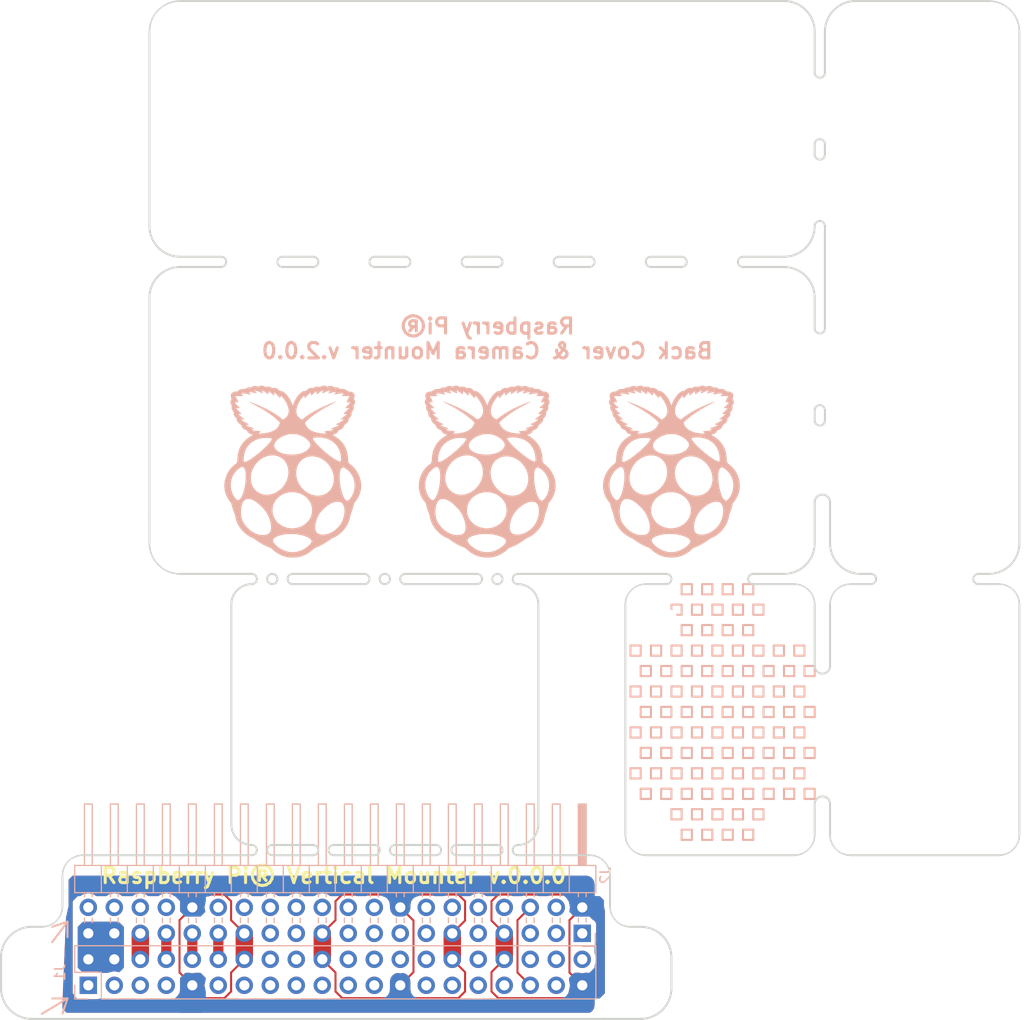
<source format=kicad_pcb>
(kicad_pcb (version 20171130) (host pcbnew "(5.0.0-3-g5ebb6b6)")
  (layers (0 F.Cu signal) (31 B.Cu signal) (34 B.Paste user) (35 F.Paste user) (36 B.SilkS user) (37 F.SilkS user) (38 B.Mask user) (39 F.Mask user) (44 Edge.Cuts user))
  (net 0 "")
  (net 1 /+5V)
  (net 2 /GND)
  (net 3 /TXD)
  (net 4 /RXD)
  (net 5 /BSCSL_SDA)
  (net 6 /BSCSL_SCL)
  (net 7 "Net-(J1-Pad1)")
  (net 8 "Net-(J1-Pad3)")
  (net 9 "Net-(J1-Pad5)")
  (net 10 "Net-(J1-Pad7)")
  (net 11 "Net-(J1-Pad11)")
  (net 12 "Net-(J1-Pad13)")
  (net 13 "Net-(J1-Pad15)")
  (net 14 "Net-(J1-Pad16)")
  (net 15 "Net-(J1-Pad17)")
  (net 16 "Net-(J1-Pad18)")
  (net 17 "Net-(J1-Pad19)")
  (net 18 "Net-(J1-Pad21)")
  (net 19 "Net-(J1-Pad22)")
  (net 20 "Net-(J1-Pad23)")
  (net 21 "Net-(J1-Pad24)")
  (net 22 "Net-(J1-Pad26)")
  (net 23 "Net-(J1-Pad27)")
  (net 24 "Net-(J1-Pad28)")
  (net 25 "Net-(J1-Pad29)")
  (net 26 "Net-(J1-Pad31)")
  (net 27 "Net-(J1-Pad32)")
  (net 28 "Net-(J1-Pad33)")
  (net 29 "Net-(J1-Pad36)")
  (net 30 "Net-(J1-Pad37)")
  (net 31 "Net-(J1-Pad38)")
  (net 32 "Net-(J1-Pad40)")
  (net 33 "Net-(J2-Pad1)")
  (net 34 "Net-(J2-Pad3)")
  (net 35 "Net-(J2-Pad4)")
  (net 36 "Net-(J2-Pad5)")
  (net 37 "Net-(J2-Pad8)")
  (net 38 "Net-(J2-Pad9)")
  (net 39 "Net-(J2-Pad10)")
  (net 40 "Net-(J2-Pad12)")
  (net 41 "Net-(J2-Pad13)")
  (net 42 "Net-(J2-Pad14)")
  (net 43 "Net-(J2-Pad15)")
  (net 44 "Net-(J2-Pad17)")
  (net 45 "Net-(J2-Pad18)")
  (net 46 "Net-(J2-Pad19)")
  (net 47 "Net-(J2-Pad20)")
  (net 48 "Net-(J2-Pad22)")
  (net 49 "Net-(J2-Pad23)")
  (net 50 "Net-(J2-Pad24)")
  (net 51 "Net-(J2-Pad25)")
  (net 52 "Net-(J2-Pad26)")
  (net 53 "Net-(J2-Pad28)")
  (net 54 "Net-(J2-Pad30)")
  (net 55 "Net-(J2-Pad34)")
  (net 56 "Net-(J2-Pad36)")
  (net 57 "Net-(J2-Pad38)")
  (net 58 "Net-(J2-Pad40)")
  (module RPiBackCover:logo_silk (layer B.Cu) (at 101 96 180)
    (fp_text reference G*** hide)
    (fp_text value LOGO hide)
  )
  (module RPiBackCover:logo_silk (layer B.Cu) (at 83 96 180)
    (fp_text reference G*** hide)
    (fp_text value LOGO hide)
  )
  (module RPiBackCover:logo_paste (layer B.Cu) (at 73 120 90)
    (fp_text reference G*** hide)
    (fp_text value LOGO hide)
  )
  (module Mounting_Holes:MountingHole_2.7mm_M2.5 (layer F.Cu) (at 39 145)
    (fp_text reference REF** hide)
    (fp_text value 2.75mm_M2.5)
    (pad "" np_thru_hole circle (at 0 0) (size 2.75 2.75) (drill 2.75) (layers *.Cu *.Mask))
  )
  (module Mounting_Holes:MountingHole_2.7mm_M2.5 (layer F.Cu) (at 97.5 145)
    (fp_text reference REF** hide)
    (fp_text value 2.75mm_M2.5)
    (pad "" np_thru_hole circle (at 0 0) (size 2.75 2.75) (drill 2.75) (layers *.Cu *.Mask))
  )
  (module Mounting_Holes:MountingHole_2.2mm_M2 (layer F.Cu) (at 100.5 110.5)
    (fp_text reference REF** hide)
    (fp_text value 2.2mm_M2)
    (pad "" np_thru_hole circle (at 0 0) (size 2.2 2.2) (drill 2.2) (layers *.Cu *.Mask))
  )
  (module Mounting_Holes:MountingHole_2.2mm_M2 (layer F.Cu) (at 98.5 131.5)
    (fp_text reference REF** hide)
    (fp_text value 2.2mm_M2)
    (pad "" np_thru_hole circle (at 0 0) (size 2.2 2.2) (drill 2.2) (layers *.Cu *.Mask))
  )
  (module Mounting_Holes:MountingHole_2.2mm_M2 (layer F.Cu) (at 113 131.5)
    (fp_text reference REF** hide)
    (fp_text value 2.2mm_M2)
    (pad "" np_thru_hole circle (at 0 0) (size 2.2 2.2) (drill 2.2) (layers *.Cu *.Mask))
  )
  (module Mounting_Holes:MountingHole_2.2mm_M2 (layer F.Cu) (at 113 110.5)
    (fp_text reference REF** hide)
    (fp_text value 2.2mm_M2)
    (pad "" np_thru_hole circle (at 0 0) (size 2.2 2.2) (drill 2.2) (layers *.Cu *.Mask))
  )
  (module Mounting_Holes:MountingHole_2.2mm_M2 (layer F.Cu) (at 118.5 110.5)
    (fp_text reference REF** hide)
    (fp_text value 2.2mm_M2)
    (pad "" np_thru_hole circle (at 0 0) (size 2.2 2.2) (drill 2.2) (layers *.Cu *.Mask))
  )
  (module Mounting_Holes:MountingHole_2.2mm_M2 (layer F.Cu) (at 118.5 131.5)
    (fp_text reference REF** hide)
    (fp_text value 2.2mm_M2)
    (pad "" np_thru_hole circle (at 0 0) (size 2.2 2.2) (drill 2.2) (layers *.Cu *.Mask))
  )
  (module Mounting_Holes:MountingHole_2.2mm_M2 (layer F.Cu) (at 133 110.5)
    (fp_text reference REF** hide)
    (fp_text value 2.2mm_M2)
    (pad "" np_thru_hole circle (at 0 0) (size 2.2 2.2) (drill 2.2) (layers *.Cu *.Mask))
  )
  (module Mounting_Holes:MountingHole_2.7mm_M2.5 (layer F.Cu) (at 111.5 79.5)
    (fp_text reference REF** hide)
    (fp_text value 2.75mm_M2.5)
    (pad "" np_thru_hole circle (at 0 0) (size 2.75 2.75) (drill 2.75) (layers *.Cu *.Mask))
  )
  (module Mounting_Holes:MountingHole_2.7mm_M2.5 (layer F.Cu) (at 53.5 79.5)
    (fp_text reference REF** hide)
    (fp_text value 2.75mm_M2.5)
    (pad "" np_thru_hole circle (at 0 0) (size 2.75 2.75) (drill 2.75) (layers *.Cu *.Mask))
  )
  (module Mounting_Holes:MountingHole_2.7mm_M2.5 (layer F.Cu) (at 111.5 102.5)
    (fp_text reference REF** hide)
    (fp_text value 2.75mm_M2.5)
    (pad "" np_thru_hole circle (at 0 0) (size 2.75 2.75) (drill 2.75) (layers *.Cu *.Mask))
  )
  (module Mounting_Holes:MountingHole_2.7mm_M2.5 (layer F.Cu) (at 53.5 102.5)
    (fp_text reference REF** hide)
    (fp_text value 2.75mm_M2.5)
    (pad "" np_thru_hole circle (at 0 0) (size 2.75 2.75) (drill 2.75) (layers *.Cu *.Mask))
  )
  (module Mounting_Holes:MountingHole_2.7mm_M2.5 (layer F.Cu) (at 111.5 53.5)
    (fp_text reference REF** hide)
    (fp_text value 2.75mm_M2.5)
    (pad "" np_thru_hole circle (at 0 0) (size 2.75 2.75) (drill 2.75) (layers *.Cu *.Mask))
  )
  (module Mounting_Holes:MountingHole_2.7mm_M2.5 (layer F.Cu) (at 53.5 53.5)
    (fp_text reference REF** hide)
    (fp_text value 2.75mm_M2.5)
    (pad "" np_thru_hole circle (at 0 0) (size 2.75 2.75) (drill 2.75) (layers *.Cu *.Mask))
  )
  (module Mounting_Holes:MountingHole_2.2mm_M2 (layer F.Cu) (at 133 131.5)
    (fp_text reference REF** hide)
    (fp_text value 2.2mm_M2)
    (pad "" np_thru_hole circle (at 0 0) (size 2.2 2.2) (drill 2.2) (layers *.Cu *.Mask))
  )
  (module RPiBackCover:logo_paste (layer F.Cu) (at 73 120 90)
    (fp_text reference G*** hide)
    (fp_text value LOGO hide)
  )
  (module RPiBackCover:logo_silk (layer B.Cu) (at 64 96 180)
    (fp_text reference G*** hide)
    (fp_text value LOGO hide)
  )
  (module Connector_PinSocket_2.54mm:PinSocket_2x20_P2.54mm_Vertical (layer B.Cu) (at 44.03 146.22 270)
    (fp_text reference J1 (at -1.27 2.77 270) (layer B.SilkS) (effects (justify mirror)))
    (fp_text value From_RPi)
    (pad 1 thru_hole rect (at 0 0 270) (size 1.7 1.7) (drill 1) (layers *.Cu *.Mask) (net 7 "Net-(J1-Pad1)"))
    (pad 2 thru_hole oval (at -2.54 0 270) (size 1.7 1.7) (drill 1) (layers *.Cu *.Mask) (net 1 /+5V))
    (pad 3 thru_hole oval (at 0 -2.54 270) (size 1.7 1.7) (drill 1) (layers *.Cu *.Mask) (net 8 "Net-(J1-Pad3)"))
    (pad 4 thru_hole oval (at -2.54 -2.54 270) (size 1.7 1.7) (drill 1) (layers *.Cu *.Mask) (net 1 /+5V))
    (pad 5 thru_hole oval (at 0 -5.08 270) (size 1.7 1.7) (drill 1) (layers *.Cu *.Mask) (net 9 "Net-(J1-Pad5)"))
    (pad 6 thru_hole oval (at -2.54 -5.08 270) (size 1.7 1.7) (drill 1) (layers *.Cu *.Mask) (net 2 /GND))
    (pad 7 thru_hole oval (at 0 -7.62 270) (size 1.7 1.7) (drill 1) (layers *.Cu *.Mask) (net 10 "Net-(J1-Pad7)"))
    (pad 8 thru_hole oval (at -2.54 -7.62 270) (size 1.7 1.7) (drill 1) (layers *.Cu *.Mask) (net 3 /TXD))
    (pad 9 thru_hole oval (at 0 -10.16 270) (size 1.7 1.7) (drill 1) (layers *.Cu *.Mask) (net 2 /GND))
    (pad 10 thru_hole oval (at -2.54 -10.16 270) (size 1.7 1.7) (drill 1) (layers *.Cu *.Mask) (net 4 /RXD))
    (pad 11 thru_hole oval (at 0 -12.7 270) (size 1.7 1.7) (drill 1) (layers *.Cu *.Mask) (net 11 "Net-(J1-Pad11)"))
    (pad 12 thru_hole oval (at -2.54 -12.7 270) (size 1.7 1.7) (drill 1) (layers *.Cu *.Mask) (net 5 /BSCSL_SDA))
    (pad 13 thru_hole oval (at 0 -15.24 270) (size 1.7 1.7) (drill 1) (layers *.Cu *.Mask) (net 12 "Net-(J1-Pad13)"))
    (pad 14 thru_hole oval (at -2.54 -15.24 270) (size 1.7 1.7) (drill 1) (layers *.Cu *.Mask) (net 2 /GND))
    (pad 15 thru_hole oval (at 0 -17.78 270) (size 1.7 1.7) (drill 1) (layers *.Cu *.Mask) (net 13 "Net-(J1-Pad15)"))
    (pad 16 thru_hole oval (at -2.54 -17.78 270) (size 1.7 1.7) (drill 1) (layers *.Cu *.Mask) (net 14 "Net-(J1-Pad16)"))
    (pad 17 thru_hole oval (at 0 -20.32 270) (size 1.7 1.7) (drill 1) (layers *.Cu *.Mask) (net 15 "Net-(J1-Pad17)"))
    (pad 18 thru_hole oval (at -2.54 -20.32 270) (size 1.7 1.7) (drill 1) (layers *.Cu *.Mask) (net 16 "Net-(J1-Pad18)"))
    (pad 19 thru_hole oval (at 0 -22.86 270) (size 1.7 1.7) (drill 1) (layers *.Cu *.Mask) (net 17 "Net-(J1-Pad19)"))
    (pad 20 thru_hole oval (at -2.54 -22.86 270) (size 1.7 1.7) (drill 1) (layers *.Cu *.Mask) (net 2 /GND))
    (pad 21 thru_hole oval (at 0 -25.4 270) (size 1.7 1.7) (drill 1) (layers *.Cu *.Mask) (net 18 "Net-(J1-Pad21)"))
    (pad 22 thru_hole oval (at -2.54 -25.4 270) (size 1.7 1.7) (drill 1) (layers *.Cu *.Mask) (net 19 "Net-(J1-Pad22)"))
    (pad 23 thru_hole oval (at 0 -27.94 270) (size 1.7 1.7) (drill 1) (layers *.Cu *.Mask) (net 20 "Net-(J1-Pad23)"))
    (pad 24 thru_hole oval (at -2.54 -27.94 270) (size 1.7 1.7) (drill 1) (layers *.Cu *.Mask) (net 21 "Net-(J1-Pad24)"))
    (pad 25 thru_hole oval (at 0 -30.48 270) (size 1.7 1.7) (drill 1) (layers *.Cu *.Mask) (net 2 /GND))
    (pad 26 thru_hole oval (at -2.54 -30.48 270) (size 1.7 1.7) (drill 1) (layers *.Cu *.Mask) (net 22 "Net-(J1-Pad26)"))
    (pad 27 thru_hole oval (at 0 -33.02 270) (size 1.7 1.7) (drill 1) (layers *.Cu *.Mask) (net 23 "Net-(J1-Pad27)"))
    (pad 28 thru_hole oval (at -2.54 -33.02 270) (size 1.7 1.7) (drill 1) (layers *.Cu *.Mask) (net 24 "Net-(J1-Pad28)"))
    (pad 29 thru_hole oval (at 0 -35.56 270) (size 1.7 1.7) (drill 1) (layers *.Cu *.Mask) (net 25 "Net-(J1-Pad29)"))
    (pad 30 thru_hole oval (at -2.54 -35.56 270) (size 1.7 1.7) (drill 1) (layers *.Cu *.Mask) (net 2 /GND))
    (pad 31 thru_hole oval (at 0 -38.1 270) (size 1.7 1.7) (drill 1) (layers *.Cu *.Mask) (net 26 "Net-(J1-Pad31)"))
    (pad 32 thru_hole oval (at -2.54 -38.1 270) (size 1.7 1.7) (drill 1) (layers *.Cu *.Mask) (net 27 "Net-(J1-Pad32)"))
    (pad 33 thru_hole oval (at 0 -40.64 270) (size 1.7 1.7) (drill 1) (layers *.Cu *.Mask) (net 28 "Net-(J1-Pad33)"))
    (pad 34 thru_hole oval (at -2.54 -40.64 270) (size 1.7 1.7) (drill 1) (layers *.Cu *.Mask) (net 2 /GND))
    (pad 35 thru_hole oval (at 0 -43.18 270) (size 1.7 1.7) (drill 1) (layers *.Cu *.Mask) (net 6 /BSCSL_SCL))
    (pad 36 thru_hole oval (at -2.54 -43.18 270) (size 1.7 1.7) (drill 1) (layers *.Cu *.Mask) (net 29 "Net-(J1-Pad36)"))
    (pad 37 thru_hole oval (at 0 -45.72 270) (size 1.7 1.7) (drill 1) (layers *.Cu *.Mask) (net 30 "Net-(J1-Pad37)"))
    (pad 38 thru_hole oval (at -2.54 -45.72 270) (size 1.7 1.7) (drill 1) (layers *.Cu *.Mask) (net 31 "Net-(J1-Pad38)"))
    (pad 39 thru_hole oval (at 0 -48.26 270) (size 1.7 1.7) (drill 1) (layers *.Cu *.Mask) (net 2 /GND))
    (pad 40 thru_hole oval (at -2.54 -48.26 270) (size 1.7 1.7) (drill 1) (layers *.Cu *.Mask) (net 32 "Net-(J1-Pad40)"))
  )
  (module Connector_PinHeader_2.54mm:PinHeader_2x20_P2.54mm_Horizontal (layer B.Cu) (at 92.29 141.14 90)
    (fp_text reference J2 (at 5.655 2.27 90) (layer B.SilkS) (effects (justify mirror)))
    (fp_text value To_Mother_Board)
    (pad 1 thru_hole rect (at 0 0 90) (size 1.7 1.7) (drill 1) (layers *.Cu *.Mask) (net 33 "Net-(J2-Pad1)"))
    (pad 2 thru_hole oval (at 2.54 0 90) (size 1.7 1.7) (drill 1) (layers *.Cu *.Mask) (net 2 /GND))
    (pad 3 thru_hole oval (at 0 -2.54 90) (size 1.7 1.7) (drill 1) (layers *.Cu *.Mask) (net 34 "Net-(J2-Pad3)"))
    (pad 4 thru_hole oval (at 2.54 -2.54 90) (size 1.7 1.7) (drill 1) (layers *.Cu *.Mask) (net 35 "Net-(J2-Pad4)"))
    (pad 5 thru_hole oval (at 0 -5.08 90) (size 1.7 1.7) (drill 1) (layers *.Cu *.Mask) (net 36 "Net-(J2-Pad5)"))
    (pad 6 thru_hole oval (at 2.54 -5.08 90) (size 1.7 1.7) (drill 1) (layers *.Cu *.Mask) (net 6 /BSCSL_SCL))
    (pad 7 thru_hole oval (at 0 -7.62 90) (size 1.7 1.7) (drill 1) (layers *.Cu *.Mask) (net 2 /GND))
    (pad 8 thru_hole oval (at 2.54 -7.62 90) (size 1.7 1.7) (drill 1) (layers *.Cu *.Mask) (net 37 "Net-(J2-Pad8)"))
    (pad 9 thru_hole oval (at 0 -10.16 90) (size 1.7 1.7) (drill 1) (layers *.Cu *.Mask) (net 38 "Net-(J2-Pad9)"))
    (pad 10 thru_hole oval (at 2.54 -10.16 90) (size 1.7 1.7) (drill 1) (layers *.Cu *.Mask) (net 39 "Net-(J2-Pad10)"))
    (pad 11 thru_hole oval (at 0 -12.7 90) (size 1.7 1.7) (drill 1) (layers *.Cu *.Mask) (net 2 /GND))
    (pad 12 thru_hole oval (at 2.54 -12.7 90) (size 1.7 1.7) (drill 1) (layers *.Cu *.Mask) (net 40 "Net-(J2-Pad12)"))
    (pad 13 thru_hole oval (at 0 -15.24 90) (size 1.7 1.7) (drill 1) (layers *.Cu *.Mask) (net 41 "Net-(J2-Pad13)"))
    (pad 14 thru_hole oval (at 2.54 -15.24 90) (size 1.7 1.7) (drill 1) (layers *.Cu *.Mask) (net 42 "Net-(J2-Pad14)"))
    (pad 15 thru_hole oval (at 0 -17.78 90) (size 1.7 1.7) (drill 1) (layers *.Cu *.Mask) (net 43 "Net-(J2-Pad15)"))
    (pad 16 thru_hole oval (at 2.54 -17.78 90) (size 1.7 1.7) (drill 1) (layers *.Cu *.Mask) (net 2 /GND))
    (pad 17 thru_hole oval (at 0 -20.32 90) (size 1.7 1.7) (drill 1) (layers *.Cu *.Mask) (net 44 "Net-(J2-Pad17)"))
    (pad 18 thru_hole oval (at 2.54 -20.32 90) (size 1.7 1.7) (drill 1) (layers *.Cu *.Mask) (net 45 "Net-(J2-Pad18)"))
    (pad 19 thru_hole oval (at 0 -22.86 90) (size 1.7 1.7) (drill 1) (layers *.Cu *.Mask) (net 46 "Net-(J2-Pad19)"))
    (pad 20 thru_hole oval (at 2.54 -22.86 90) (size 1.7 1.7) (drill 1) (layers *.Cu *.Mask) (net 47 "Net-(J2-Pad20)"))
    (pad 21 thru_hole oval (at 0 -25.4 90) (size 1.7 1.7) (drill 1) (layers *.Cu *.Mask) (net 2 /GND))
    (pad 22 thru_hole oval (at 2.54 -25.4 90) (size 1.7 1.7) (drill 1) (layers *.Cu *.Mask) (net 48 "Net-(J2-Pad22)"))
    (pad 23 thru_hole oval (at 0 -27.94 90) (size 1.7 1.7) (drill 1) (layers *.Cu *.Mask) (net 49 "Net-(J2-Pad23)"))
    (pad 24 thru_hole oval (at 2.54 -27.94 90) (size 1.7 1.7) (drill 1) (layers *.Cu *.Mask) (net 50 "Net-(J2-Pad24)"))
    (pad 25 thru_hole oval (at 0 -30.48 90) (size 1.7 1.7) (drill 1) (layers *.Cu *.Mask) (net 51 "Net-(J2-Pad25)"))
    (pad 26 thru_hole oval (at 2.54 -30.48 90) (size 1.7 1.7) (drill 1) (layers *.Cu *.Mask) (net 52 "Net-(J2-Pad26)"))
    (pad 27 thru_hole oval (at 0 -33.02 90) (size 1.7 1.7) (drill 1) (layers *.Cu *.Mask) (net 2 /GND))
    (pad 28 thru_hole oval (at 2.54 -33.02 90) (size 1.7 1.7) (drill 1) (layers *.Cu *.Mask) (net 53 "Net-(J2-Pad28)"))
    (pad 29 thru_hole oval (at 0 -35.56 90) (size 1.7 1.7) (drill 1) (layers *.Cu *.Mask) (net 5 /BSCSL_SDA))
    (pad 30 thru_hole oval (at 2.54 -35.56 90) (size 1.7 1.7) (drill 1) (layers *.Cu *.Mask) (net 54 "Net-(J2-Pad30)"))
    (pad 31 thru_hole oval (at 0 -38.1 90) (size 1.7 1.7) (drill 1) (layers *.Cu *.Mask) (net 4 /RXD))
    (pad 32 thru_hole oval (at 2.54 -38.1 90) (size 1.7 1.7) (drill 1) (layers *.Cu *.Mask) (net 2 /GND))
    (pad 33 thru_hole oval (at 0 -40.64 90) (size 1.7 1.7) (drill 1) (layers *.Cu *.Mask) (net 3 /TXD))
    (pad 34 thru_hole oval (at 2.54 -40.64 90) (size 1.7 1.7) (drill 1) (layers *.Cu *.Mask) (net 55 "Net-(J2-Pad34)"))
    (pad 35 thru_hole oval (at 0 -43.18 90) (size 1.7 1.7) (drill 1) (layers *.Cu *.Mask) (net 2 /GND))
    (pad 36 thru_hole oval (at 2.54 -43.18 90) (size 1.7 1.7) (drill 1) (layers *.Cu *.Mask) (net 56 "Net-(J2-Pad36)"))
    (pad 37 thru_hole oval (at 0 -45.72 90) (size 1.7 1.7) (drill 1) (layers *.Cu *.Mask) (net 1 /+5V))
    (pad 38 thru_hole oval (at 2.54 -45.72 90) (size 1.7 1.7) (drill 1) (layers *.Cu *.Mask) (net 57 "Net-(J2-Pad38)"))
    (pad 39 thru_hole oval (at 0 -48.26 90) (size 1.7 1.7) (drill 1) (layers *.Cu *.Mask) (net 1 /+5V))
    (pad 40 thru_hole oval (at 2.54 -48.26 90) (size 1.7 1.7) (drill 1) (layers *.Cu *.Mask) (net 58 "Net-(J2-Pad40)"))
  )
  (gr_arc (start 73 106.5) (end 73 107) (angle 180) (layer Edge.Cuts) (width 0.2))
  (gr_arc (start 73 106.5) (end 73 106) (angle 180) (layer Edge.Cuts) (width 0.2))
  (gr_arc (start 62 106.5) (end 62 106) (angle 180) (layer Edge.Cuts) (width 0.2))
  (gr_arc (start 64 106.5) (end 64 107) (angle 180) (layer Edge.Cuts) (width 0.2))
  (gr_line (start 109 130) (end 110 130) (layer B.SilkS) (width 0.2))
  (gr_line (start 109 129) (end 109 130) (layer B.SilkS) (width 0.2))
  (gr_line (start 110 130) (end 110 129) (layer B.SilkS) (width 0.2))
  (gr_line (start 110 129) (end 109 129) (layer B.SilkS) (width 0.2))
  (gr_line (start 105 131) (end 104 131) (layer B.SilkS) (width 0.2))
  (gr_line (start 104 131) (end 104 132) (layer B.SilkS) (width 0.2))
  (gr_line (start 104 132) (end 105 132) (layer B.SilkS) (width 0.2))
  (gr_line (start 105 132) (end 105 131) (layer B.SilkS) (width 0.2))
  (gr_line (start 102 132) (end 103 132) (layer B.SilkS) (width 0.2))
  (gr_line (start 103 131) (end 102 131) (layer B.SilkS) (width 0.2))
  (gr_line (start 102 131) (end 102 132) (layer B.SilkS) (width 0.2))
  (gr_line (start 103 132) (end 103 131) (layer B.SilkS) (width 0.2))
  (gr_line (start 106 131) (end 106 132) (layer B.SilkS) (width 0.2))
  (gr_line (start 107 132) (end 107 131) (layer B.SilkS) (width 0.2))
  (gr_line (start 107 131) (end 106 131) (layer B.SilkS) (width 0.2))
  (gr_line (start 106 132) (end 107 132) (layer B.SilkS) (width 0.2))
  (gr_line (start 109 131) (end 108 131) (layer B.SilkS) (width 0.2))
  (gr_line (start 108 132) (end 109 132) (layer B.SilkS) (width 0.2))
  (gr_line (start 108 131) (end 108 132) (layer B.SilkS) (width 0.2))
  (gr_line (start 109 132) (end 109 131) (layer B.SilkS) (width 0.2))
  (gr_line (start 104 129) (end 103 129) (layer B.SilkS) (width 0.2))
  (gr_line (start 103 129) (end 103 130) (layer B.SilkS) (width 0.2))
  (gr_line (start 103 130) (end 104 130) (layer B.SilkS) (width 0.2))
  (gr_line (start 104 130) (end 104 129) (layer B.SilkS) (width 0.2))
  (gr_line (start 101 130) (end 102 130) (layer B.SilkS) (width 0.2))
  (gr_line (start 102 129) (end 101 129) (layer B.SilkS) (width 0.2))
  (gr_line (start 101 129) (end 101 130) (layer B.SilkS) (width 0.2))
  (gr_line (start 102 130) (end 102 129) (layer B.SilkS) (width 0.2))
  (gr_line (start 105 129) (end 105 130) (layer B.SilkS) (width 0.2))
  (gr_line (start 106 130) (end 106 129) (layer B.SilkS) (width 0.2))
  (gr_line (start 106 129) (end 105 129) (layer B.SilkS) (width 0.2))
  (gr_line (start 105 130) (end 106 130) (layer B.SilkS) (width 0.2))
  (gr_line (start 108 129) (end 107 129) (layer B.SilkS) (width 0.2))
  (gr_line (start 107 130) (end 108 130) (layer B.SilkS) (width 0.2))
  (gr_line (start 107 129) (end 107 130) (layer B.SilkS) (width 0.2))
  (gr_line (start 108 130) (end 108 129) (layer B.SilkS) (width 0.2))
  (gr_line (start 110 110) (end 110 109) (layer B.SilkS) (width 0.2))
  (gr_line (start 109 109) (end 109 110) (layer B.SilkS) (width 0.2))
  (gr_line (start 109 110) (end 110 110) (layer B.SilkS) (width 0.2))
  (gr_line (start 110 109) (end 109 109) (layer B.SilkS) (width 0.2))
  (gr_line (start 109 108) (end 109 107) (layer B.SilkS) (width 0.2))
  (gr_line (start 108 107) (end 108 108) (layer B.SilkS) (width 0.2))
  (gr_line (start 108 108) (end 109 108) (layer B.SilkS) (width 0.2))
  (gr_line (start 109 107) (end 108 107) (layer B.SilkS) (width 0.2))
  (gr_line (start 107 108) (end 107 107) (layer B.SilkS) (width 0.2))
  (gr_line (start 106 107) (end 106 108) (layer B.SilkS) (width 0.2))
  (gr_line (start 106 108) (end 107 108) (layer B.SilkS) (width 0.2))
  (gr_line (start 107 107) (end 106 107) (layer B.SilkS) (width 0.2))
  (gr_line (start 105 108) (end 105 107) (layer B.SilkS) (width 0.2))
  (gr_line (start 104 107) (end 104 108) (layer B.SilkS) (width 0.2))
  (gr_line (start 104 108) (end 105 108) (layer B.SilkS) (width 0.2))
  (gr_line (start 105 107) (end 104 107) (layer B.SilkS) (width 0.2))
  (gr_line (start 103 108) (end 103 107) (layer B.SilkS) (width 0.2))
  (gr_line (start 102 107) (end 102 108) (layer B.SilkS) (width 0.2))
  (gr_line (start 102 108) (end 103 108) (layer B.SilkS) (width 0.2))
  (gr_line (start 103 107) (end 102 107) (layer B.SilkS) (width 0.2))
  (gr_line (start 102 110) (end 102 109) (layer B.SilkS) (width 0.2))
  (gr_line (start 101 109) (end 101 110) (layer B.SilkS) (width 0.2))
  (gr_line (start 101 110) (end 102 110) (layer B.SilkS) (width 0.2))
  (gr_line (start 102 109) (end 101 109) (layer B.SilkS) (width 0.2))
  (gr_line (start 104 110) (end 104 109) (layer B.SilkS) (width 0.2))
  (gr_line (start 103 109) (end 103 110) (layer B.SilkS) (width 0.2))
  (gr_line (start 103 110) (end 104 110) (layer B.SilkS) (width 0.2))
  (gr_line (start 104 109) (end 103 109) (layer B.SilkS) (width 0.2))
  (gr_line (start 106 110) (end 106 109) (layer B.SilkS) (width 0.2))
  (gr_line (start 105 109) (end 105 110) (layer B.SilkS) (width 0.2))
  (gr_line (start 105 110) (end 106 110) (layer B.SilkS) (width 0.2))
  (gr_line (start 106 109) (end 105 109) (layer B.SilkS) (width 0.2))
  (gr_line (start 108 110) (end 108 109) (layer B.SilkS) (width 0.2))
  (gr_line (start 107 109) (end 107 110) (layer B.SilkS) (width 0.2))
  (gr_line (start 107 110) (end 108 110) (layer B.SilkS) (width 0.2))
  (gr_line (start 108 109) (end 107 109) (layer B.SilkS) (width 0.2))
  (gr_line (start 109 112) (end 109 111) (layer B.SilkS) (width 0.2))
  (gr_line (start 108 111) (end 108 112) (layer B.SilkS) (width 0.2))
  (gr_line (start 108 112) (end 109 112) (layer B.SilkS) (width 0.2))
  (gr_line (start 109 111) (end 108 111) (layer B.SilkS) (width 0.2))
  (gr_line (start 107 112) (end 107 111) (layer B.SilkS) (width 0.2))
  (gr_line (start 106 111) (end 106 112) (layer B.SilkS) (width 0.2))
  (gr_line (start 106 112) (end 107 112) (layer B.SilkS) (width 0.2))
  (gr_line (start 107 111) (end 106 111) (layer B.SilkS) (width 0.2))
  (gr_line (start 105 112) (end 105 111) (layer B.SilkS) (width 0.2))
  (gr_line (start 104 111) (end 104 112) (layer B.SilkS) (width 0.2))
  (gr_line (start 104 112) (end 105 112) (layer B.SilkS) (width 0.2))
  (gr_line (start 105 111) (end 104 111) (layer B.SilkS) (width 0.2))
  (gr_line (start 103 112) (end 103 111) (layer B.SilkS) (width 0.2))
  (gr_line (start 102 111) (end 102 112) (layer B.SilkS) (width 0.2))
  (gr_line (start 102 112) (end 103 112) (layer B.SilkS) (width 0.2))
  (gr_line (start 103 111) (end 102 111) (layer B.SilkS) (width 0.2))
  (gr_line (start 98 127) (end 98 128) (layer B.SilkS) (width 0.2))
  (gr_line (start 99 128) (end 99 127) (layer B.SilkS) (width 0.2))
  (gr_line (start 98 128) (end 99 128) (layer B.SilkS) (width 0.2))
  (gr_line (start 99 127) (end 98 127) (layer B.SilkS) (width 0.2))
  (gr_line (start 100 128) (end 101 128) (layer B.SilkS) (width 0.2))
  (gr_line (start 101 127) (end 100 127) (layer B.SilkS) (width 0.2))
  (gr_line (start 101 128) (end 101 127) (layer B.SilkS) (width 0.2))
  (gr_line (start 100 127) (end 100 128) (layer B.SilkS) (width 0.2))
  (gr_line (start 102 128) (end 103 128) (layer B.SilkS) (width 0.2))
  (gr_line (start 103 128) (end 103 127) (layer B.SilkS) (width 0.2))
  (gr_line (start 102 127) (end 102 128) (layer B.SilkS) (width 0.2))
  (gr_line (start 103 127) (end 102 127) (layer B.SilkS) (width 0.2))
  (gr_line (start 106 128) (end 107 128) (layer B.SilkS) (width 0.2))
  (gr_line (start 104 127) (end 104 128) (layer B.SilkS) (width 0.2))
  (gr_line (start 104 128) (end 105 128) (layer B.SilkS) (width 0.2))
  (gr_line (start 105 127) (end 104 127) (layer B.SilkS) (width 0.2))
  (gr_line (start 105 128) (end 105 127) (layer B.SilkS) (width 0.2))
  (gr_line (start 111 128) (end 111 127) (layer B.SilkS) (width 0.2))
  (gr_line (start 110 127) (end 110 128) (layer B.SilkS) (width 0.2))
  (gr_line (start 111 127) (end 110 127) (layer B.SilkS) (width 0.2))
  (gr_line (start 110 128) (end 111 128) (layer B.SilkS) (width 0.2))
  (gr_line (start 112 127) (end 112 128) (layer B.SilkS) (width 0.2))
  (gr_line (start 113 127) (end 112 127) (layer B.SilkS) (width 0.2))
  (gr_line (start 112 128) (end 113 128) (layer B.SilkS) (width 0.2))
  (gr_line (start 113 128) (end 113 127) (layer B.SilkS) (width 0.2))
  (gr_line (start 114 128) (end 115 128) (layer B.SilkS) (width 0.2))
  (gr_line (start 115 128) (end 115 127) (layer B.SilkS) (width 0.2))
  (gr_line (start 114 127) (end 114 128) (layer B.SilkS) (width 0.2))
  (gr_line (start 115 127) (end 114 127) (layer B.SilkS) (width 0.2))
  (gr_line (start 109 128) (end 109 127) (layer B.SilkS) (width 0.2))
  (gr_line (start 108 128) (end 109 128) (layer B.SilkS) (width 0.2))
  (gr_line (start 108 127) (end 108 128) (layer B.SilkS) (width 0.2))
  (gr_line (start 106 127) (end 106 128) (layer B.SilkS) (width 0.2))
  (gr_line (start 107 128) (end 107 127) (layer B.SilkS) (width 0.2))
  (gr_line (start 107 127) (end 106 127) (layer B.SilkS) (width 0.2))
  (gr_line (start 109 127) (end 108 127) (layer B.SilkS) (width 0.2))
  (gr_line (start 97 125) (end 97 126) (layer B.SilkS) (width 0.2))
  (gr_line (start 98 126) (end 98 125) (layer B.SilkS) (width 0.2))
  (gr_line (start 97 126) (end 98 126) (layer B.SilkS) (width 0.2))
  (gr_line (start 98 125) (end 97 125) (layer B.SilkS) (width 0.2))
  (gr_line (start 99 126) (end 100 126) (layer B.SilkS) (width 0.2))
  (gr_line (start 100 125) (end 99 125) (layer B.SilkS) (width 0.2))
  (gr_line (start 100 126) (end 100 125) (layer B.SilkS) (width 0.2))
  (gr_line (start 99 125) (end 99 126) (layer B.SilkS) (width 0.2))
  (gr_line (start 101 126) (end 102 126) (layer B.SilkS) (width 0.2))
  (gr_line (start 102 126) (end 102 125) (layer B.SilkS) (width 0.2))
  (gr_line (start 101 125) (end 101 126) (layer B.SilkS) (width 0.2))
  (gr_line (start 102 125) (end 101 125) (layer B.SilkS) (width 0.2))
  (gr_line (start 105 126) (end 106 126) (layer B.SilkS) (width 0.2))
  (gr_line (start 103 125) (end 103 126) (layer B.SilkS) (width 0.2))
  (gr_line (start 103 126) (end 104 126) (layer B.SilkS) (width 0.2))
  (gr_line (start 104 125) (end 103 125) (layer B.SilkS) (width 0.2))
  (gr_line (start 104 126) (end 104 125) (layer B.SilkS) (width 0.2))
  (gr_line (start 110 126) (end 110 125) (layer B.SilkS) (width 0.2))
  (gr_line (start 109 125) (end 109 126) (layer B.SilkS) (width 0.2))
  (gr_line (start 110 125) (end 109 125) (layer B.SilkS) (width 0.2))
  (gr_line (start 109 126) (end 110 126) (layer B.SilkS) (width 0.2))
  (gr_line (start 111 125) (end 111 126) (layer B.SilkS) (width 0.2))
  (gr_line (start 112 125) (end 111 125) (layer B.SilkS) (width 0.2))
  (gr_line (start 111 126) (end 112 126) (layer B.SilkS) (width 0.2))
  (gr_line (start 112 126) (end 112 125) (layer B.SilkS) (width 0.2))
  (gr_line (start 113 126) (end 114 126) (layer B.SilkS) (width 0.2))
  (gr_line (start 114 126) (end 114 125) (layer B.SilkS) (width 0.2))
  (gr_line (start 113 125) (end 113 126) (layer B.SilkS) (width 0.2))
  (gr_line (start 114 125) (end 113 125) (layer B.SilkS) (width 0.2))
  (gr_line (start 108 126) (end 108 125) (layer B.SilkS) (width 0.2))
  (gr_line (start 107 126) (end 108 126) (layer B.SilkS) (width 0.2))
  (gr_line (start 107 125) (end 107 126) (layer B.SilkS) (width 0.2))
  (gr_line (start 105 125) (end 105 126) (layer B.SilkS) (width 0.2))
  (gr_line (start 106 126) (end 106 125) (layer B.SilkS) (width 0.2))
  (gr_line (start 106 125) (end 105 125) (layer B.SilkS) (width 0.2))
  (gr_line (start 108 125) (end 107 125) (layer B.SilkS) (width 0.2))
  (gr_line (start 100 123) (end 100 124) (layer B.SilkS) (width 0.2))
  (gr_line (start 101 123) (end 100 123) (layer B.SilkS) (width 0.2))
  (gr_line (start 101 124) (end 101 123) (layer B.SilkS) (width 0.2))
  (gr_line (start 100 124) (end 101 124) (layer B.SilkS) (width 0.2))
  (gr_line (start 99 124) (end 99 123) (layer B.SilkS) (width 0.2))
  (gr_line (start 99 123) (end 98 123) (layer B.SilkS) (width 0.2))
  (gr_line (start 98 124) (end 99 124) (layer B.SilkS) (width 0.2))
  (gr_line (start 98 123) (end 98 124) (layer B.SilkS) (width 0.2))
  (gr_line (start 103 123) (end 102 123) (layer B.SilkS) (width 0.2))
  (gr_line (start 102 123) (end 102 124) (layer B.SilkS) (width 0.2))
  (gr_line (start 103 124) (end 103 123) (layer B.SilkS) (width 0.2))
  (gr_line (start 102 124) (end 103 124) (layer B.SilkS) (width 0.2))
  (gr_line (start 106 124) (end 107 124) (layer B.SilkS) (width 0.2))
  (gr_line (start 107 123) (end 106 123) (layer B.SilkS) (width 0.2))
  (gr_line (start 106 123) (end 106 124) (layer B.SilkS) (width 0.2))
  (gr_line (start 104 124) (end 105 124) (layer B.SilkS) (width 0.2))
  (gr_line (start 105 124) (end 105 123) (layer B.SilkS) (width 0.2))
  (gr_line (start 104 123) (end 104 124) (layer B.SilkS) (width 0.2))
  (gr_line (start 105 123) (end 104 123) (layer B.SilkS) (width 0.2))
  (gr_line (start 108 124) (end 109 124) (layer B.SilkS) (width 0.2))
  (gr_line (start 109 123) (end 108 123) (layer B.SilkS) (width 0.2))
  (gr_line (start 109 124) (end 109 123) (layer B.SilkS) (width 0.2))
  (gr_line (start 108 123) (end 108 124) (layer B.SilkS) (width 0.2))
  (gr_line (start 107 124) (end 107 123) (layer B.SilkS) (width 0.2))
  (gr_line (start 110 123) (end 110 124) (layer B.SilkS) (width 0.2))
  (gr_line (start 110 124) (end 111 124) (layer B.SilkS) (width 0.2))
  (gr_line (start 111 123) (end 110 123) (layer B.SilkS) (width 0.2))
  (gr_line (start 111 124) (end 111 123) (layer B.SilkS) (width 0.2))
  (gr_line (start 115 123) (end 114 123) (layer B.SilkS) (width 0.2))
  (gr_line (start 115 124) (end 115 123) (layer B.SilkS) (width 0.2))
  (gr_line (start 114 124) (end 115 124) (layer B.SilkS) (width 0.2))
  (gr_line (start 114 123) (end 114 124) (layer B.SilkS) (width 0.2))
  (gr_line (start 113 124) (end 113 123) (layer B.SilkS) (width 0.2))
  (gr_line (start 112 124) (end 113 124) (layer B.SilkS) (width 0.2))
  (gr_line (start 113 123) (end 112 123) (layer B.SilkS) (width 0.2))
  (gr_line (start 112 123) (end 112 124) (layer B.SilkS) (width 0.2))
  (gr_line (start 99 121) (end 99 122) (layer B.SilkS) (width 0.2))
  (gr_line (start 100 121) (end 99 121) (layer B.SilkS) (width 0.2))
  (gr_line (start 100 122) (end 100 121) (layer B.SilkS) (width 0.2))
  (gr_line (start 99 122) (end 100 122) (layer B.SilkS) (width 0.2))
  (gr_line (start 98 122) (end 98 121) (layer B.SilkS) (width 0.2))
  (gr_line (start 98 121) (end 97 121) (layer B.SilkS) (width 0.2))
  (gr_line (start 97 122) (end 98 122) (layer B.SilkS) (width 0.2))
  (gr_line (start 97 121) (end 97 122) (layer B.SilkS) (width 0.2))
  (gr_line (start 102 121) (end 101 121) (layer B.SilkS) (width 0.2))
  (gr_line (start 101 121) (end 101 122) (layer B.SilkS) (width 0.2))
  (gr_line (start 102 122) (end 102 121) (layer B.SilkS) (width 0.2))
  (gr_line (start 101 122) (end 102 122) (layer B.SilkS) (width 0.2))
  (gr_line (start 105 122) (end 106 122) (layer B.SilkS) (width 0.2))
  (gr_line (start 106 121) (end 105 121) (layer B.SilkS) (width 0.2))
  (gr_line (start 105 121) (end 105 122) (layer B.SilkS) (width 0.2))
  (gr_line (start 103 122) (end 104 122) (layer B.SilkS) (width 0.2))
  (gr_line (start 104 122) (end 104 121) (layer B.SilkS) (width 0.2))
  (gr_line (start 103 121) (end 103 122) (layer B.SilkS) (width 0.2))
  (gr_line (start 104 121) (end 103 121) (layer B.SilkS) (width 0.2))
  (gr_line (start 107 122) (end 108 122) (layer B.SilkS) (width 0.2))
  (gr_line (start 108 121) (end 107 121) (layer B.SilkS) (width 0.2))
  (gr_line (start 108 122) (end 108 121) (layer B.SilkS) (width 0.2))
  (gr_line (start 107 121) (end 107 122) (layer B.SilkS) (width 0.2))
  (gr_line (start 106 122) (end 106 121) (layer B.SilkS) (width 0.2))
  (gr_line (start 109 121) (end 109 122) (layer B.SilkS) (width 0.2))
  (gr_line (start 109 122) (end 110 122) (layer B.SilkS) (width 0.2))
  (gr_line (start 110 121) (end 109 121) (layer B.SilkS) (width 0.2))
  (gr_line (start 110 122) (end 110 121) (layer B.SilkS) (width 0.2))
  (gr_line (start 114 121) (end 113 121) (layer B.SilkS) (width 0.2))
  (gr_line (start 114 122) (end 114 121) (layer B.SilkS) (width 0.2))
  (gr_line (start 113 122) (end 114 122) (layer B.SilkS) (width 0.2))
  (gr_line (start 113 121) (end 113 122) (layer B.SilkS) (width 0.2))
  (gr_line (start 112 122) (end 112 121) (layer B.SilkS) (width 0.2))
  (gr_line (start 111 122) (end 112 122) (layer B.SilkS) (width 0.2))
  (gr_line (start 112 121) (end 111 121) (layer B.SilkS) (width 0.2))
  (gr_line (start 111 121) (end 111 122) (layer B.SilkS) (width 0.2))
  (gr_line (start 100 119) (end 100 120) (layer B.SilkS) (width 0.2))
  (gr_line (start 101 119) (end 100 119) (layer B.SilkS) (width 0.2))
  (gr_line (start 101 120) (end 101 119) (layer B.SilkS) (width 0.2))
  (gr_line (start 100 120) (end 101 120) (layer B.SilkS) (width 0.2))
  (gr_line (start 99 120) (end 99 119) (layer B.SilkS) (width 0.2))
  (gr_line (start 99 119) (end 98 119) (layer B.SilkS) (width 0.2))
  (gr_line (start 98 120) (end 99 120) (layer B.SilkS) (width 0.2))
  (gr_line (start 98 119) (end 98 120) (layer B.SilkS) (width 0.2))
  (gr_line (start 103 119) (end 102 119) (layer B.SilkS) (width 0.2))
  (gr_line (start 102 119) (end 102 120) (layer B.SilkS) (width 0.2))
  (gr_line (start 103 120) (end 103 119) (layer B.SilkS) (width 0.2))
  (gr_line (start 102 120) (end 103 120) (layer B.SilkS) (width 0.2))
  (gr_line (start 106 120) (end 107 120) (layer B.SilkS) (width 0.2))
  (gr_line (start 107 119) (end 106 119) (layer B.SilkS) (width 0.2))
  (gr_line (start 106 119) (end 106 120) (layer B.SilkS) (width 0.2))
  (gr_line (start 104 120) (end 105 120) (layer B.SilkS) (width 0.2))
  (gr_line (start 105 120) (end 105 119) (layer B.SilkS) (width 0.2))
  (gr_line (start 104 119) (end 104 120) (layer B.SilkS) (width 0.2))
  (gr_line (start 105 119) (end 104 119) (layer B.SilkS) (width 0.2))
  (gr_line (start 108 120) (end 109 120) (layer B.SilkS) (width 0.2))
  (gr_line (start 109 119) (end 108 119) (layer B.SilkS) (width 0.2))
  (gr_line (start 109 120) (end 109 119) (layer B.SilkS) (width 0.2))
  (gr_line (start 108 119) (end 108 120) (layer B.SilkS) (width 0.2))
  (gr_line (start 107 120) (end 107 119) (layer B.SilkS) (width 0.2))
  (gr_line (start 110 119) (end 110 120) (layer B.SilkS) (width 0.2))
  (gr_line (start 110 120) (end 111 120) (layer B.SilkS) (width 0.2))
  (gr_line (start 111 119) (end 110 119) (layer B.SilkS) (width 0.2))
  (gr_line (start 111 120) (end 111 119) (layer B.SilkS) (width 0.2))
  (gr_line (start 115 119) (end 114 119) (layer B.SilkS) (width 0.2))
  (gr_line (start 115 120) (end 115 119) (layer B.SilkS) (width 0.2))
  (gr_line (start 114 120) (end 115 120) (layer B.SilkS) (width 0.2))
  (gr_line (start 114 119) (end 114 120) (layer B.SilkS) (width 0.2))
  (gr_line (start 113 120) (end 113 119) (layer B.SilkS) (width 0.2))
  (gr_line (start 112 120) (end 113 120) (layer B.SilkS) (width 0.2))
  (gr_line (start 113 119) (end 112 119) (layer B.SilkS) (width 0.2))
  (gr_line (start 112 119) (end 112 120) (layer B.SilkS) (width 0.2))
  (gr_line (start 99 117) (end 99 118) (layer B.SilkS) (width 0.2))
  (gr_line (start 100 117) (end 99 117) (layer B.SilkS) (width 0.2))
  (gr_line (start 100 118) (end 100 117) (layer B.SilkS) (width 0.2))
  (gr_line (start 99 118) (end 100 118) (layer B.SilkS) (width 0.2))
  (gr_line (start 98 118) (end 98 117) (layer B.SilkS) (width 0.2))
  (gr_line (start 98 117) (end 97 117) (layer B.SilkS) (width 0.2))
  (gr_line (start 97 118) (end 98 118) (layer B.SilkS) (width 0.2))
  (gr_line (start 97 117) (end 97 118) (layer B.SilkS) (width 0.2))
  (gr_line (start 102 117) (end 101 117) (layer B.SilkS) (width 0.2))
  (gr_line (start 101 117) (end 101 118) (layer B.SilkS) (width 0.2))
  (gr_line (start 102 118) (end 102 117) (layer B.SilkS) (width 0.2))
  (gr_line (start 101 118) (end 102 118) (layer B.SilkS) (width 0.2))
  (gr_line (start 105 118) (end 106 118) (layer B.SilkS) (width 0.2))
  (gr_line (start 106 117) (end 105 117) (layer B.SilkS) (width 0.2))
  (gr_line (start 105 117) (end 105 118) (layer B.SilkS) (width 0.2))
  (gr_line (start 103 118) (end 104 118) (layer B.SilkS) (width 0.2))
  (gr_line (start 104 118) (end 104 117) (layer B.SilkS) (width 0.2))
  (gr_line (start 103 117) (end 103 118) (layer B.SilkS) (width 0.2))
  (gr_line (start 104 117) (end 103 117) (layer B.SilkS) (width 0.2))
  (gr_line (start 107 118) (end 108 118) (layer B.SilkS) (width 0.2))
  (gr_line (start 108 117) (end 107 117) (layer B.SilkS) (width 0.2))
  (gr_line (start 108 118) (end 108 117) (layer B.SilkS) (width 0.2))
  (gr_line (start 107 117) (end 107 118) (layer B.SilkS) (width 0.2))
  (gr_line (start 106 118) (end 106 117) (layer B.SilkS) (width 0.2))
  (gr_line (start 109 117) (end 109 118) (layer B.SilkS) (width 0.2))
  (gr_line (start 109 118) (end 110 118) (layer B.SilkS) (width 0.2))
  (gr_line (start 110 117) (end 109 117) (layer B.SilkS) (width 0.2))
  (gr_line (start 110 118) (end 110 117) (layer B.SilkS) (width 0.2))
  (gr_line (start 114 117) (end 113 117) (layer B.SilkS) (width 0.2))
  (gr_line (start 114 118) (end 114 117) (layer B.SilkS) (width 0.2))
  (gr_line (start 113 118) (end 114 118) (layer B.SilkS) (width 0.2))
  (gr_line (start 113 117) (end 113 118) (layer B.SilkS) (width 0.2))
  (gr_line (start 112 118) (end 112 117) (layer B.SilkS) (width 0.2))
  (gr_line (start 111 118) (end 112 118) (layer B.SilkS) (width 0.2))
  (gr_line (start 112 117) (end 111 117) (layer B.SilkS) (width 0.2))
  (gr_line (start 111 117) (end 111 118) (layer B.SilkS) (width 0.2))
  (gr_line (start 100 115) (end 100 116) (layer B.SilkS) (width 0.2))
  (gr_line (start 101 115) (end 100 115) (layer B.SilkS) (width 0.2))
  (gr_line (start 101 116) (end 101 115) (layer B.SilkS) (width 0.2))
  (gr_line (start 100 116) (end 101 116) (layer B.SilkS) (width 0.2))
  (gr_line (start 99 116) (end 99 115) (layer B.SilkS) (width 0.2))
  (gr_line (start 99 115) (end 98 115) (layer B.SilkS) (width 0.2))
  (gr_line (start 98 116) (end 99 116) (layer B.SilkS) (width 0.2))
  (gr_line (start 98 115) (end 98 116) (layer B.SilkS) (width 0.2))
  (gr_line (start 103 115) (end 102 115) (layer B.SilkS) (width 0.2))
  (gr_line (start 102 115) (end 102 116) (layer B.SilkS) (width 0.2))
  (gr_line (start 103 116) (end 103 115) (layer B.SilkS) (width 0.2))
  (gr_line (start 102 116) (end 103 116) (layer B.SilkS) (width 0.2))
  (gr_line (start 106 116) (end 107 116) (layer B.SilkS) (width 0.2))
  (gr_line (start 107 115) (end 106 115) (layer B.SilkS) (width 0.2))
  (gr_line (start 106 115) (end 106 116) (layer B.SilkS) (width 0.2))
  (gr_line (start 104 116) (end 105 116) (layer B.SilkS) (width 0.2))
  (gr_line (start 105 116) (end 105 115) (layer B.SilkS) (width 0.2))
  (gr_line (start 104 115) (end 104 116) (layer B.SilkS) (width 0.2))
  (gr_line (start 105 115) (end 104 115) (layer B.SilkS) (width 0.2))
  (gr_line (start 108 116) (end 109 116) (layer B.SilkS) (width 0.2))
  (gr_line (start 109 115) (end 108 115) (layer B.SilkS) (width 0.2))
  (gr_line (start 109 116) (end 109 115) (layer B.SilkS) (width 0.2))
  (gr_line (start 108 115) (end 108 116) (layer B.SilkS) (width 0.2))
  (gr_line (start 107 116) (end 107 115) (layer B.SilkS) (width 0.2))
  (gr_line (start 110 115) (end 110 116) (layer B.SilkS) (width 0.2))
  (gr_line (start 110 116) (end 111 116) (layer B.SilkS) (width 0.2))
  (gr_line (start 111 115) (end 110 115) (layer B.SilkS) (width 0.2))
  (gr_line (start 111 116) (end 111 115) (layer B.SilkS) (width 0.2))
  (gr_line (start 115 115) (end 114 115) (layer B.SilkS) (width 0.2))
  (gr_line (start 115 116) (end 115 115) (layer B.SilkS) (width 0.2))
  (gr_line (start 114 116) (end 115 116) (layer B.SilkS) (width 0.2))
  (gr_line (start 114 115) (end 114 116) (layer B.SilkS) (width 0.2))
  (gr_line (start 113 116) (end 113 115) (layer B.SilkS) (width 0.2))
  (gr_line (start 112 116) (end 113 116) (layer B.SilkS) (width 0.2))
  (gr_line (start 113 115) (end 112 115) (layer B.SilkS) (width 0.2))
  (gr_line (start 112 115) (end 112 116) (layer B.SilkS) (width 0.2))
  (gr_line (start 114 113) (end 113 113) (layer B.SilkS) (width 0.2))
  (gr_line (start 114 114) (end 114 113) (layer B.SilkS) (width 0.2))
  (gr_line (start 113 114) (end 114 114) (layer B.SilkS) (width 0.2))
  (gr_line (start 113 113) (end 113 114) (layer B.SilkS) (width 0.2))
  (gr_line (start 112 113) (end 111 113) (layer B.SilkS) (width 0.2))
  (gr_line (start 112 114) (end 112 113) (layer B.SilkS) (width 0.2))
  (gr_line (start 111 114) (end 112 114) (layer B.SilkS) (width 0.2))
  (gr_line (start 111 113) (end 111 114) (layer B.SilkS) (width 0.2))
  (gr_line (start 110 113) (end 109 113) (layer B.SilkS) (width 0.2))
  (gr_line (start 110 114) (end 110 113) (layer B.SilkS) (width 0.2))
  (gr_line (start 109 114) (end 110 114) (layer B.SilkS) (width 0.2))
  (gr_line (start 109 113) (end 109 114) (layer B.SilkS) (width 0.2))
  (gr_line (start 108 113) (end 107 113) (layer B.SilkS) (width 0.2))
  (gr_line (start 108 114) (end 108 113) (layer B.SilkS) (width 0.2))
  (gr_line (start 107 114) (end 108 114) (layer B.SilkS) (width 0.2))
  (gr_line (start 107 113) (end 107 114) (layer B.SilkS) (width 0.2))
  (gr_line (start 106 113) (end 105 113) (layer B.SilkS) (width 0.2))
  (gr_line (start 106 114) (end 106 113) (layer B.SilkS) (width 0.2))
  (gr_line (start 105 114) (end 106 114) (layer B.SilkS) (width 0.2))
  (gr_line (start 105 113) (end 105 114) (layer B.SilkS) (width 0.2))
  (gr_line (start 104 113) (end 103 113) (layer B.SilkS) (width 0.2))
  (gr_line (start 104 114) (end 104 113) (layer B.SilkS) (width 0.2))
  (gr_line (start 103 114) (end 104 114) (layer B.SilkS) (width 0.2))
  (gr_line (start 103 113) (end 103 114) (layer B.SilkS) (width 0.2))
  (gr_line (start 102 113) (end 101 113) (layer B.SilkS) (width 0.2))
  (gr_line (start 102 114) (end 102 113) (layer B.SilkS) (width 0.2))
  (gr_line (start 101 114) (end 102 114) (layer B.SilkS) (width 0.2))
  (gr_line (start 101 113) (end 101 114) (layer B.SilkS) (width 0.2))
  (gr_line (start 100 113) (end 99 113) (layer B.SilkS) (width 0.2))
  (gr_line (start 100 114) (end 100 113) (layer B.SilkS) (width 0.2))
  (gr_line (start 99 114) (end 100 114) (layer B.SilkS) (width 0.2))
  (gr_line (start 99 113) (end 99 114) (layer B.SilkS) (width 0.2))
  (gr_line (start 98 113) (end 97 113) (layer B.SilkS) (width 0.2))
  (gr_line (start 98 114) (end 98 113) (layer B.SilkS) (width 0.2))
  (gr_line (start 97 114) (end 98 114) (layer B.SilkS) (width 0.2))
  (gr_line (start 97 113) (end 97 114) (layer B.SilkS) (width 0.2))
  (gr_text "Raspberry Pi®\nBack Cover & Camera Mounter v.2.0.0" (at 83 83) (layer B.SilkS) (effects (font (size 1.5 1.5) (thickness 0.3)) (justify mirror)))
  (gr_text "Raspberry Pi® Vertical Mounter v.0.0.0" (at 68 135.5) (layer F.SilkS) (effects (font (size 1.5 1.5) (thickness 0.3))))
  (gr_line (start 42 147.5) (end 39.5 149) (layer B.SilkS) (width 0.2))
  (gr_line (start 42 147.5) (end 41.5 149) (layer B.SilkS) (width 0.2))
  (gr_line (start 42 147.5) (end 40.5 147.5) (layer B.SilkS) (width 0.2))
  (gr_line (start 42 140) (end 40.5 142) (layer B.SilkS) (width 0.2))
  (gr_line (start 42 140) (end 42 141.5) (layer B.SilkS) (width 0.2))
  (gr_line (start 42 140) (end 40.5 140.5) (layer B.SilkS) (width 0.2))
  (gr_line (start 98 149.5) (end 94.5 149.5) (layer Edge.Cuts) (width 0.2))
  (gr_line (start 98 140.5) (end 97 140.5) (layer Edge.Cuts) (width 0.2))
  (gr_line (start 38.5 149.5) (end 94.5 149.5) (layer Edge.Cuts) (width 0.2))
  (gr_line (start 38.5 140.5) (end 39.5 140.5) (layer Edge.Cuts) (width 0.2))
  (gr_arc (start 38.5 146.5) (end 38.5 149.5) (angle 90) (layer Edge.Cuts) (width 0.2))
  (gr_line (start 88 109) (end 88 130.5) (layer Edge.Cuts) (width 0.2))
  (gr_line (start 58 109) (end 58 130.5) (layer Edge.Cuts) (width 0.2))
  (gr_arc (start 86 109) (end 86 107) (angle 90) (layer Edge.Cuts) (width 0.2))
  (gr_arc (start 86 130.5) (end 88 130.5) (angle 90) (layer Edge.Cuts) (width 0.2))
  (gr_arc (start 60 130.5) (end 60 132.5) (angle 90) (layer Edge.Cuts) (width 0.2))
  (gr_arc (start 60 109) (end 58 109) (angle 90) (layer Edge.Cuts) (width 0.2))
  (gr_line (start 80 133.5) (end 84 133.5) (layer Edge.Cuts) (width 0.2))
  (gr_line (start 74 133.5) (end 78 133.5) (layer Edge.Cuts) (width 0.2))
  (gr_line (start 68 133.5) (end 72 133.5) (layer Edge.Cuts) (width 0.2))
  (gr_line (start 62 133.5) (end 66 133.5) (layer Edge.Cuts) (width 0.2))
  (gr_line (start 43.5 133.5) (end 60 133.5) (layer Edge.Cuts) (width 0.2))
  (gr_line (start 86 133.5) (end 93 133.5) (layer Edge.Cuts) (width 0.2))
  (gr_line (start 74 132.5) (end 78 132.5) (layer Edge.Cuts) (width 0.2))
  (gr_line (start 68 132.5) (end 72 132.5) (layer Edge.Cuts) (width 0.2))
  (gr_line (start 62 132.5) (end 66 132.5) (layer Edge.Cuts) (width 0.2))
  (gr_line (start 80 132.5) (end 84 132.5) (layer Edge.Cuts) (width 0.2))
  (gr_line (start 60 106) (end 53 106) (layer Edge.Cuts) (width 0.2))
  (gr_line (start 71 106) (end 64 106) (layer Edge.Cuts) (width 0.2))
  (gr_line (start 82 106) (end 75 106) (layer Edge.Cuts) (width 0.2))
  (gr_line (start 100.5 106) (end 86 106) (layer Edge.Cuts) (width 0.2))
  (gr_line (start 75 107) (end 82 107) (layer Edge.Cuts) (width 0.2))
  (gr_line (start 64 107) (end 71 107) (layer Edge.Cuts) (width 0.2))
  (gr_arc (start 68 133) (end 68 133.5) (angle 180) (layer Edge.Cuts) (width 0.2))
  (gr_arc (start 66 133) (end 66 132.5) (angle 180) (layer Edge.Cuts) (width 0.2))
  (gr_arc (start 72 133) (end 72 132.5) (angle 180) (layer Edge.Cuts) (width 0.2))
  (gr_arc (start 74 133) (end 74 133.5) (angle 180) (layer Edge.Cuts) (width 0.2))
  (gr_arc (start 84 133) (end 84 132.5) (angle 180) (layer Edge.Cuts) (width 0.2))
  (gr_arc (start 80 133) (end 80 133.5) (angle 180) (layer Edge.Cuts) (width 0.2))
  (gr_arc (start 86 133) (end 86 133.5) (angle 180) (layer Edge.Cuts) (width 0.2))
  (gr_arc (start 78 133) (end 78 132.5) (angle 180) (layer Edge.Cuts) (width 0.2))
  (gr_arc (start 62 133) (end 62 133.5) (angle 180) (layer Edge.Cuts) (width 0.2))
  (gr_arc (start 60 133) (end 60 132.5) (angle 180) (layer Edge.Cuts) (width 0.2))
  (gr_arc (start 86 106.5) (end 86 107) (angle 180) (layer Edge.Cuts) (width 0.2))
  (gr_arc (start 84 106.5) (end 84 106) (angle 180) (layer Edge.Cuts) (width 0.2))
  (gr_arc (start 82 106.5) (end 82 106) (angle 180) (layer Edge.Cuts) (width 0.2))
  (gr_arc (start 84 106.5) (end 84 107) (angle 180) (layer Edge.Cuts) (width 0.2))
  (gr_arc (start 75 106.5) (end 75 107) (angle 180) (layer Edge.Cuts) (width 0.2))
  (gr_arc (start 71 106.5) (end 71 106) (angle 180) (layer Edge.Cuts) (width 0.2))
  (gr_arc (start 62 106.5) (end 62 107) (angle 180) (layer Edge.Cuts) (width 0.2))
  (gr_arc (start 60 106.5) (end 60 106) (angle 180) (layer Edge.Cuts) (width 0.2))
  (gr_line (start 50 79) (end 50 100) (layer Edge.Cuts) (width 0.2))
  (gr_line (start 35.5 143.5) (end 35.5 146.5) (layer Edge.Cuts) (width 0.2))
  (gr_line (start 41.5 135.5) (end 41.5 138.5) (layer Edge.Cuts) (width 0.2))
  (gr_line (start 95 135.5) (end 95 138.5) (layer Edge.Cuts) (width 0.2))
  (gr_line (start 101 143.5) (end 101 146.5) (layer Edge.Cuts) (width 0.2))
  (gr_arc (start 97 138.5) (end 97 140.5) (angle 90) (layer Edge.Cuts) (width 0.15))
  (gr_arc (start 39.5 138.5) (end 41.5 138.5) (angle 90) (layer Edge.Cuts) (width 0.15))
  (gr_arc (start 43.5 135.5) (end 41.5 135.5) (angle 90) (layer Edge.Cuts) (width 0.15))
  (gr_arc (start 93 135.5) (end 93 133.5) (angle 90) (layer Edge.Cuts) (width 0.15))
  (gr_line (start 50 100) (end 50 103) (layer Edge.Cuts) (width 0.2))
  (gr_arc (start 38.5 143.5) (end 35.5 143.5) (angle 90) (layer Edge.Cuts) (width 0.2))
  (gr_arc (start 98 143.5) (end 98 140.5) (angle 90) (layer Edge.Cuts) (width 0.2))
  (gr_arc (start 98 146.5) (end 101 146.5) (angle 90) (layer Edge.Cuts) (width 0.2))
  (gr_line (start 133 107) (end 131 107) (layer Edge.Cuts) (width 0.2))
  (gr_line (start 132 106) (end 131 106) (layer Edge.Cuts) (width 0.2))
  (gr_line (start 118.5 107) (end 120.5 107) (layer Edge.Cuts) (width 0.2))
  (gr_line (start 119.5 106) (end 120.5 106) (layer Edge.Cuts) (width 0.2))
  (gr_line (start 116.5 99) (end 116.5 103) (layer Edge.Cuts) (width 0.2))
  (gr_arc (start 131 106.5) (end 131 107) (angle 180) (layer Edge.Cuts) (width 0.2))
  (gr_arc (start 120.5 106.5) (end 120.5 106) (angle 180) (layer Edge.Cuts) (width 0.2))
  (gr_line (start 135 109) (end 135 131.5) (layer Edge.Cuts) (width 0.2))
  (gr_line (start 135 53) (end 135 103) (layer Edge.Cuts) (width 0.2))
  (gr_arc (start 132 103) (end 135 103) (angle 90) (layer Edge.Cuts) (width 0.2))
  (gr_arc (start 119.5 103) (end 119.5 106) (angle 90) (layer Edge.Cuts) (width 0.2))
  (gr_line (start 116.5 115) (end 116.5 109) (layer Edge.Cuts) (width 0.2))
  (gr_arc (start 133 109) (end 133 107) (angle 90) (layer Edge.Cuts) (width 0.15))
  (gr_arc (start 118.5 109) (end 116.5 109) (angle 90) (layer Edge.Cuts) (width 0.15))
  (gr_line (start 116 72) (end 116 82) (layer Edge.Cuts) (width 0.2))
  (gr_line (start 115 79) (end 115 82) (layer Edge.Cuts) (width 0.2))
  (gr_line (start 115 109) (end 115 115) (layer Edge.Cuts) (width 0.2))
  (gr_line (start 116.5 128.5) (end 116.5 131.5) (layer Edge.Cuts) (width 0.2))
  (gr_line (start 115 128.5) (end 115 131.5) (layer Edge.Cuts) (width 0.2))
  (gr_arc (start 115.75 128.5) (end 115 128.5) (angle 180) (layer Edge.Cuts) (width 0.2))
  (gr_arc (start 115.75 115) (end 116.5 115) (angle 180) (layer Edge.Cuts) (width 0.2))
  (gr_arc (start 112 103) (end 115 103) (angle 90) (layer Edge.Cuts) (width 0.2))
  (gr_line (start 109 106) (end 112 106) (layer Edge.Cuts) (width 0.2))
  (gr_line (start 109 107) (end 113 107) (layer Edge.Cuts) (width 0.2))
  (gr_line (start 98.5 107) (end 100.5 107) (layer Edge.Cuts) (width 0.2))
  (gr_arc (start 100.5 106.5) (end 100.5 106) (angle 180) (layer Edge.Cuts) (width 0.2))
  (gr_arc (start 109 106.5) (end 109 107) (angle 180) (layer Edge.Cuts) (width 0.2))
  (gr_line (start 98.5 133.5) (end 113 133.5) (layer Edge.Cuts) (width 0.2))
  (gr_arc (start 98.5 109) (end 96.5 109) (angle 90) (layer Edge.Cuts) (width 0.15))
  (gr_line (start 96.5 109) (end 96.5 131.5) (layer Edge.Cuts) (width 0.2))
  (gr_arc (start 98.5 131.5) (end 98.5 133.5) (angle 90) (layer Edge.Cuts) (width 0.15))
  (gr_arc (start 113 131.5) (end 115 131.5) (angle 90) (layer Edge.Cuts) (width 0.15))
  (gr_arc (start 113 109) (end 113 107) (angle 90) (layer Edge.Cuts) (width 0.15))
  (gr_arc (start 118.5 131.5) (end 118.5 133.5) (angle 90) (layer Edge.Cuts) (width 0.15))
  (gr_line (start 115 64) (end 115 65) (layer Edge.Cuts) (width 0.2))
  (gr_line (start 116 64) (end 116 65) (layer Edge.Cuts) (width 0.2))
  (gr_arc (start 115.5 65) (end 116 65) (angle 180) (layer Edge.Cuts) (width 0.2))
  (gr_arc (start 115.5 64) (end 115 64) (angle 180) (layer Edge.Cuts) (width 0.2))
  (gr_line (start 116 90) (end 116 91) (layer Edge.Cuts) (width 0.2))
  (gr_line (start 115 90) (end 115 91) (layer Edge.Cuts) (width 0.2))
  (gr_line (start 63 76) (end 66 76) (layer Edge.Cuts) (width 0.2))
  (gr_line (start 63 75) (end 66 75) (layer Edge.Cuts) (width 0.2))
  (gr_arc (start 66 75.5) (end 66 75) (angle 180) (layer Edge.Cuts) (width 0.2))
  (gr_arc (start 63 75.5) (end 63 76) (angle 180) (layer Edge.Cuts) (width 0.2))
  (gr_arc (start 84 75.5) (end 84 75) (angle 180) (layer Edge.Cuts) (width 0.2))
  (gr_line (start 81 75) (end 84 75) (layer Edge.Cuts) (width 0.2))
  (gr_arc (start 81 75.5) (end 81 76) (angle 180) (layer Edge.Cuts) (width 0.2))
  (gr_line (start 81 76) (end 84 76) (layer Edge.Cuts) (width 0.2))
  (gr_line (start 72 76) (end 75 76) (layer Edge.Cuts) (width 0.2))
  (gr_arc (start 72 75.5) (end 72 76) (angle 180) (layer Edge.Cuts) (width 0.2))
  (gr_line (start 72 75) (end 75 75) (layer Edge.Cuts) (width 0.2))
  (gr_arc (start 75 75.5) (end 75 75) (angle 180) (layer Edge.Cuts) (width 0.2))
  (gr_line (start 90 76) (end 93 76) (layer Edge.Cuts) (width 0.2))
  (gr_line (start 90 75) (end 93 75) (layer Edge.Cuts) (width 0.2))
  (gr_arc (start 90 75.5) (end 90 76) (angle 180) (layer Edge.Cuts) (width 0.2))
  (gr_arc (start 93 75.5) (end 93 75) (angle 180) (layer Edge.Cuts) (width 0.2))
  (gr_line (start 99 76) (end 102 76) (layer Edge.Cuts) (width 0.2))
  (gr_line (start 99 75) (end 102 75) (layer Edge.Cuts) (width 0.2))
  (gr_arc (start 102 75.5) (end 102 75) (angle 180) (layer Edge.Cuts) (width 0.2))
  (gr_arc (start 99 75.5) (end 99 76) (angle 180) (layer Edge.Cuts) (width 0.2))
  (gr_line (start 50 53) (end 50 72) (layer Edge.Cuts) (width 0.2))
  (gr_arc (start 115.5 72) (end 115 72) (angle 180) (layer Edge.Cuts) (width 0.2))
  (gr_arc (start 112 72) (end 115 72) (angle 90) (layer Edge.Cuts) (width 0.2))
  (gr_line (start 108 75) (end 112 75) (layer Edge.Cuts) (width 0.2))
  (gr_arc (start 108 75.5) (end 108 76) (angle 180) (layer Edge.Cuts) (width 0.2))
  (gr_line (start 108 76) (end 112 76) (layer Edge.Cuts) (width 0.2))
  (gr_arc (start 112 79) (end 112 76) (angle 90) (layer Edge.Cuts) (width 0.2))
  (gr_arc (start 53 72) (end 53 75) (angle 90) (layer Edge.Cuts) (width 0.2))
  (gr_line (start 53 75) (end 57 75) (layer Edge.Cuts) (width 0.2))
  (gr_arc (start 57 75.5) (end 57 75) (angle 180) (layer Edge.Cuts) (width 0.2))
  (gr_line (start 53 76) (end 57 76) (layer Edge.Cuts) (width 0.2))
  (gr_line (start 115 99) (end 115 103) (layer Edge.Cuts) (width 0.2))
  (gr_arc (start 53 79) (end 50 79) (angle 90) (layer Edge.Cuts) (width 0.2))
  (gr_line (start 53 50) (end 112 50) (layer Edge.Cuts) (width 0.2))
  (gr_line (start 119 50) (end 132 50) (layer Edge.Cuts) (width 0.2))
  (gr_arc (start 119 53) (end 116 53) (angle 90) (layer Edge.Cuts) (width 0.2))
  (gr_line (start 115 57) (end 115 55.5) (layer Edge.Cuts) (width 0.2))
  (gr_line (start 116 57) (end 116 55) (layer Edge.Cuts) (width 0.2))
  (gr_line (start 115 55.5) (end 115 53) (layer Edge.Cuts) (width 0.2))
  (gr_line (start 116 55) (end 116 53) (layer Edge.Cuts) (width 0.2))
  (gr_arc (start 115.5 57) (end 116 57) (angle 180) (layer Edge.Cuts) (width 0.2))
  (gr_arc (start 112 53) (end 112 50) (angle 90) (layer Edge.Cuts) (width 0.2))
  (gr_arc (start 115.5 90) (end 115 90) (angle 180) (layer Edge.Cuts) (width 0.2))
  (gr_arc (start 115.5 91) (end 116 91) (angle 180) (layer Edge.Cuts) (width 0.2))
  (gr_arc (start 115.5 82) (end 116 82) (angle 180) (layer Edge.Cuts) (width 0.2))
  (gr_arc (start 115.75 99) (end 115 99) (angle 180) (layer Edge.Cuts) (width 0.2))
  (gr_line (start 118.5 133.5) (end 133 133.5) (layer Edge.Cuts) (width 0.2))
  (gr_arc (start 53 103) (end 53 106) (angle 90) (layer Edge.Cuts) (width 0.15))
  (gr_arc (start 53 53) (end 50 53) (angle 90) (layer Edge.Cuts) (width 0.15))
  (gr_arc (start 132 53) (end 132 50) (angle 90) (layer Edge.Cuts) (width 0.15))
  (gr_arc (start 133 131.5) (end 135 131.5) (angle 90) (layer Edge.Cuts) (width 0.15))
  (segment (start 92.29 146.22) (end 91.039999 144.969999) (width 0.2) (layer F.Cu) (net 2))
  (segment (start 91.039999 144.969999) (end 91.039999 139.850001) (width 0.2) (layer F.Cu) (net 2))
  (segment (start 91.039999 139.850001) (end 91.440001 139.449999) (width 0.2) (layer F.Cu) (net 2))
  (segment (start 91.440001 139.449999) (end 92.29 138.6) (width 0.2) (layer F.Cu) (net 2))
  (segment (start 54.19 146.22) (end 52.939999 144.969999) (width 0.2) (layer F.Cu) (net 2))
  (segment (start 52.939999 144.969999) (end 52.939999 139.850001) (width 0.2) (layer F.Cu) (net 2))
  (segment (start 52.939999 139.850001) (end 53.340001 139.449999) (width 0.2) (layer F.Cu) (net 2))
  (segment (start 53.340001 139.449999) (end 54.19 138.6) (width 0.2) (layer F.Cu) (net 2))
  (segment (start 74.51 138.6) (end 75.799999 139.889999) (width 0.2) (layer F.Cu) (net 2))
  (segment (start 75.799999 139.889999) (end 75.799999 144.930001) (width 0.2) (layer F.Cu) (net 2))
  (segment (start 75.799999 144.930001) (end 75.359999 145.370001) (width 0.2) (layer F.Cu) (net 2))
  (segment (start 75.359999 145.370001) (end 74.51 146.22) (width 0.2) (layer F.Cu) (net 2))
  (segment (start 59.27 143.68) (end 57.980001 144.969999) (width 0.2) (layer F.Cu) (net 2))
  (segment (start 57.980001 144.969999) (end 57.980001 146.820001) (width 0.2) (layer F.Cu) (net 2))
  (segment (start 57.980001 146.820001) (end 57.330001 147.470001) (width 0.2) (layer F.Cu) (net 2))
  (segment (start 57.330001 147.470001) (end 55.440001 147.470001) (width 0.2) (layer F.Cu) (net 2))
  (segment (start 55.039999 147.069999) (end 54.19 146.22) (width 0.2) (layer F.Cu) (net 2))
  (segment (start 55.440001 147.470001) (end 55.039999 147.069999) (width 0.2) (layer F.Cu) (net 2))
  (segment (start 59.27 141.14) (end 57.980001 139.850001) (width 0.2) (layer F.Cu) (net 2))
  (segment (start 57.980001 137.999999) (end 57.330001 137.349999) (width 0.2) (layer F.Cu) (net 2))
  (segment (start 55.039999 137.750001) (end 54.19 138.6) (width 0.2) (layer F.Cu) (net 2))
  (segment (start 57.980001 139.850001) (end 57.980001 137.999999) (width 0.2) (layer F.Cu) (net 2))
  (segment (start 55.440001 137.349999) (end 55.039999 137.750001) (width 0.2) (layer F.Cu) (net 2))
  (segment (start 57.330001 137.349999) (end 55.440001 137.349999) (width 0.2) (layer F.Cu) (net 2))
  (segment (start 66.89 141.14) (end 68.179999 139.850001) (width 0.2) (layer F.Cu) (net 2))
  (segment (start 68.179999 139.850001) (end 68.179999 137.999999) (width 0.2) (layer F.Cu) (net 2))
  (segment (start 68.179999 137.999999) (end 68.829999 137.349999) (width 0.2) (layer F.Cu) (net 2))
  (segment (start 68.829999 137.349999) (end 73.259999 137.349999) (width 0.2) (layer F.Cu) (net 2))
  (segment (start 73.660001 137.750001) (end 74.51 138.6) (width 0.2) (layer F.Cu) (net 2))
  (segment (start 73.259999 137.349999) (end 73.660001 137.750001) (width 0.2) (layer F.Cu) (net 2))
  (segment (start 66.89 143.68) (end 68.179999 144.969999) (width 0.2) (layer F.Cu) (net 2))
  (segment (start 68.179999 144.969999) (end 68.179999 146.820001) (width 0.2) (layer F.Cu) (net 2))
  (segment (start 68.179999 146.820001) (end 68.829999 147.470001) (width 0.2) (layer F.Cu) (net 2))
  (segment (start 68.829999 147.470001) (end 73.259999 147.470001) (width 0.2) (layer F.Cu) (net 2))
  (segment (start 73.259999 147.470001) (end 73.660001 147.069999) (width 0.2) (layer F.Cu) (net 2))
  (segment (start 73.660001 147.069999) (end 74.51 146.22) (width 0.2) (layer F.Cu) (net 2))
  (segment (start 79.59 143.68) (end 80.840001 144.930001) (width 0.2) (layer F.Cu) (net 2))
  (segment (start 80.840001 144.930001) (end 80.840001 146.820001) (width 0.2) (layer F.Cu) (net 2))
  (segment (start 80.840001 146.820001) (end 80.190001 147.470001) (width 0.2) (layer F.Cu) (net 2))
  (segment (start 80.190001 147.470001) (end 75.760001 147.470001) (width 0.2) (layer F.Cu) (net 2))
  (segment (start 75.760001 147.470001) (end 75.359999 147.069999) (width 0.2) (layer F.Cu) (net 2))
  (segment (start 75.359999 147.069999) (end 74.51 146.22) (width 0.2) (layer F.Cu) (net 2))
  (segment (start 79.59 141.14) (end 80.840001 139.889999) (width 0.2) (layer F.Cu) (net 2))
  (segment (start 80.840001 139.889999) (end 80.840001 137.999999) (width 0.2) (layer F.Cu) (net 2))
  (segment (start 80.840001 137.999999) (end 80.190001 137.349999) (width 0.2) (layer F.Cu) (net 2))
  (segment (start 75.650001 137.349999) (end 74.51 138.49) (width 0.2) (layer F.Cu) (net 2))
  (segment (start 80.190001 137.349999) (end 75.650001 137.349999) (width 0.2) (layer F.Cu) (net 2))
  (segment (start 74.51 138.49) (end 74.51 138.6) (width 0.2) (layer F.Cu) (net 2))
  (segment (start 84.069999 137.349999) (end 91.039999 137.349999) (width 0.2) (layer F.Cu) (net 2))
  (segment (start 84.069999 147.470001) (end 91.039999 147.470001) (width 0.2) (layer F.Cu) (net 2))
  (segment (start 84.67 141.14) (end 83.419999 139.889999) (width 0.2) (layer F.Cu) (net 2))
  (segment (start 84.67 143.68) (end 83.419999 144.930001) (width 0.2) (layer F.Cu) (net 2))
  (segment (start 83.419999 139.889999) (end 83.419999 137.999999) (width 0.2) (layer F.Cu) (net 2))
  (segment (start 83.419999 137.999999) (end 84.069999 137.349999) (width 0.2) (layer F.Cu) (net 2))
  (segment (start 91.440001 137.750001) (end 92.29 138.6) (width 0.2) (layer F.Cu) (net 2))
  (segment (start 91.039999 137.349999) (end 91.440001 137.750001) (width 0.2) (layer F.Cu) (net 2))
  (segment (start 83.419999 144.930001) (end 83.419999 146.820001) (width 0.2) (layer F.Cu) (net 2))
  (segment (start 83.419999 146.820001) (end 84.069999 147.470001) (width 0.2) (layer F.Cu) (net 2))
  (segment (start 91.039999 147.470001) (end 91.440001 147.069999) (width 0.2) (layer F.Cu) (net 2))
  (segment (start 91.440001 147.069999) (end 92.29 146.22) (width 0.2) (layer F.Cu) (net 2))
  (segment (start 59.27 141.14) (end 59.27 143.68) (width 1.7) (layer F.Cu) (net 2))
  (segment (start 66.89 141.14) (end 66.89 143.68) (width 1.7) (layer F.Cu) (net 2))
  (segment (start 79.59 141.14) (end 79.59 143.68) (width 1.7) (layer F.Cu) (net 2))
  (segment (start 84.67 141.14) (end 84.67 143.68) (width 1.7) (layer F.Cu) (net 2))
  (segment (start 49.11 141.14) (end 49.11 143.68) (width 1.7) (layer F.Cu) (net 2))
  (segment (start 51.65 141.14) (end 51.65 143.68) (width 1) (layer F.Cu) (net 3))
  (segment (start 54.19 141.14) (end 54.19 143.68) (width 1) (layer F.Cu) (net 4))
  (segment (start 56.73 141.14) (end 56.73 143.68) (width 1) (layer F.Cu) (net 5))
  (segment (start 87.21 146.22) (end 85.959999 144.969999) (width 0.2) (layer F.Cu) (net 6))
  (segment (start 85.959999 144.969999) (end 85.959999 139.850001) (width 0.2) (layer F.Cu) (net 6))
  (segment (start 85.959999 139.850001) (end 86.360001 139.449999) (width 0.2) (layer F.Cu) (net 6))
  (segment (start 86.360001 139.449999) (end 87.21 138.6) (width 0.2) (layer F.Cu) (net 6))
  (zone (net 1) (net_name /+5V) (layer F.Cu) (priority 5) (connect_pads yes (clearance 0.5)) (min_thickness 0.254) (fill yes (arc_segments 16) (thermal_gap 0.508) (thermal_bridge_width 0.508))
    (polygon (pts (xy 47 140) (xy 47.5 140.5) (xy 47.5 144.5) (xy 47 145) (xy 43.5 145) (xy 43 144.5) (xy 43 140.5) (xy 43.5 140)))
  )
  (zone (net 1) (net_name /+5V) (layer B.Cu) (priority 5) (connect_pads yes (clearance 0.5)) (min_thickness 0.254) (fill yes (arc_segments 16) (thermal_gap 0.508) (thermal_bridge_width 0.508))
    (polygon (pts (xy 43.5 140) (xy 43 140.5) (xy 43 144.5) (xy 43.5 145) (xy 47 145) (xy 47.5 144.5) (xy 47.5 140.5) (xy 47 140)))
  )
  (zone (net 2) (net_name /GND) (layer F.Cu) (connect_pads yes (clearance 0.5)) (min_thickness 0.5) (fill yes (arc_segments 16) (thermal_gap 0.508) (thermal_bridge_width 0.508) (smoothing fillet) (radius 2))
    (polygon (pts (xy 93.5 145.5) (xy 93 145) (xy 91.5 145) (xy 91 145.5) (xy 91 147) (xy 90.5 147.5) (xy 76 147.5) (xy 75.5 147) (xy 75.5 145.5) (xy 75 145) (xy 74 145) (xy 73.5 145.5) (xy 73.5 147) (xy 73 147.5) (xy 55.5 147.5) (xy 55 147) (xy 55 145.5) (xy 54.5 145) (xy 53.5 145) (xy 53 145.5) (xy 53 147) (xy 52.5 147.5) (xy 52.5 148.5) (xy 53 149) (xy 93 149) (xy 93.5 148.5)))
  )
  (zone (net 2) (net_name /GND) (layer B.Cu) (connect_pads yes (clearance 0.5)) (min_thickness 0.5) (fill yes (arc_segments 16) (thermal_gap 0.508) (thermal_bridge_width 0.508) (smoothing fillet) (radius 2))
    (polygon (pts (xy 93.5 139) (xy 93 139.5) (xy 91.5 139.5) (xy 91 139) (xy 91 138) (xy 90.5 137.5) (xy 76 137.5) (xy 75.5 138) (xy 75.5 139) (xy 75 139.5) (xy 74 139.5) (xy 73.5 139) (xy 73.5 138) (xy 73 137.5) (xy 55.5 137.5) (xy 55 138) (xy 55 139) (xy 54.5 139.5) (xy 53.5 139.5) (xy 53 139) (xy 53 137.5) (xy 52.5 137) (xy 52.5 136) (xy 53 135.5) (xy 93 135.5) (xy 93.5 136)))
  )
  (zone (net 2) (net_name /GND) (layer B.Cu) (connect_pads yes (clearance 0.5)) (min_thickness 0.5) (fill yes (arc_segments 16) (thermal_gap 0.508) (thermal_bridge_width 0.508) (smoothing fillet) (radius 2))
    (polygon (pts (xy 93.5 145.5) (xy 93 145) (xy 91.5 145) (xy 91 145.5) (xy 91 147) (xy 90.5 147.5) (xy 76 147.5) (xy 75.5 147) (xy 75.5 145.5) (xy 75 145) (xy 74 145) (xy 73.5 145.5) (xy 73.5 147) (xy 73 147.5) (xy 55.5 147.5) (xy 55 147) (xy 55 145.5) (xy 54.5 145) (xy 53.5 145) (xy 53 145.5) (xy 53 147) (xy 52.5 147.5) (xy 52.5 148.5) (xy 53 149) (xy 93 149) (xy 93.5 148.5)))
  )
  (zone (net 2) (net_name /GND) (layer F.Cu) (connect_pads yes (clearance 0.5)) (min_thickness 0.5) (fill yes (arc_segments 16) (thermal_gap 0.508) (thermal_bridge_width 0.508) (smoothing fillet) (radius 2))
    (polygon (pts (xy 93.5 139) (xy 93 139.5) (xy 91.5 139.5) (xy 91 139) (xy 91 138) (xy 90.5 137.5) (xy 76 137.5) (xy 75.5 138) (xy 75.5 139) (xy 75 139.5) (xy 74 139.5) (xy 73.5 139) (xy 73.5 138) (xy 73 137.5) (xy 55.5 137.5) (xy 55 138) (xy 55 139) (xy 54.5 139.5) (xy 53.5 139.5) (xy 53 139) (xy 53 137.5) (xy 52.5 137) (xy 52.5 136) (xy 53 135.5) (xy 93 135.5) (xy 93.5 136)))
  )
  (zone (net 2) (net_name /GND) (layer B.Cu) (connect_pads yes (clearance 0.5)) (min_thickness 0.254) (fill yes (arc_segments 16) (thermal_gap 0.508) (thermal_bridge_width 0.508))
    (polygon (pts (xy 91 137.5) (xy 91 139) (xy 91.5 139.5) (xy 93 139.5) (xy 93.5 140) (xy 93.5 144.5) (xy 93 145) (xy 91.5 145) (xy 91 145.5) (xy 91 147.5) (xy 94 147.5) (xy 94.5 147) (xy 94.5 138) (xy 94 137.5)))
  )
  (zone (net 2) (net_name /GND) (layer F.Cu) (connect_pads yes (clearance 0.5)) (min_thickness 0.254) (fill yes (arc_segments 16) (thermal_gap 0.508) (thermal_bridge_width 0.508))
    (polygon (pts (xy 91 138) (xy 91 139) (xy 91.5 139.5) (xy 93 139.5) (xy 93.5 140) (xy 93.5 144.5) (xy 93 145) (xy 91.5 145) (xy 91 145.5) (xy 91 147) (xy 91.5 147.5) (xy 94 147.5) (xy 94.5 147) (xy 94.5 138) (xy 94 137.5) (xy 91.5 137.5)))
  )
  (zone (net 2) (net_name /GND) (layer B.Cu) (connect_pads yes (clearance 0.5)) (min_thickness 0.254) (fill yes (arc_segments 16) (thermal_gap 0.508) (thermal_bridge_width 0.508))
    (polygon (pts (xy 53.5 145) (xy 53 145.5) (xy 53 147) (xy 52.5 147.5) (xy 43 147.5) (xy 42.5 147) (xy 42.5 138) (xy 43 137.5) (xy 52.5 137.5) (xy 53 138) (xy 53 139) (xy 53.5 139.5) (xy 55 139.5) (xy 55.5 139) (xy 55.5 136) (xy 55 135.5) (xy 42.5 135.5) (xy 42 136) (xy 41.5 148.5) (xy 42 149) (xy 55 149) (xy 55.5 148.5) (xy 55.5 145.5) (xy 55 145)))
  )
  (zone (net 2) (net_name /GND) (layer F.Cu) (connect_pads yes (clearance 0.5)) (min_thickness 0.254) (fill yes (arc_segments 16) (thermal_gap 0.508) (thermal_bridge_width 0.508))
    (polygon (pts (xy 53.5 145) (xy 53 145.5) (xy 53 147) (xy 52.5 147.5) (xy 43 147.5) (xy 42.5 147) (xy 42.5 138) (xy 43 137.5) (xy 52.5 137.5) (xy 53 138) (xy 53 139) (xy 53.5 139.5) (xy 55 139.5) (xy 55.5 139) (xy 55.5 136) (xy 55 135.5) (xy 42.5 135.5) (xy 42 136) (xy 41.5 148) (xy 41.5 148.5) (xy 42 149) (xy 55 149) (xy 55.5 148.5) (xy 55.5 145.5) (xy 55 145)))
  )
)
</source>
